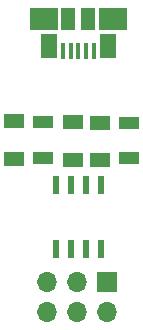
<source format=gbs>
G04 #@! TF.GenerationSoftware,KiCad,Pcbnew,5.0-dev-unknown-bc6763e~61~ubuntu16.04.1*
G04 #@! TF.CreationDate,2018-02-24T23:45:45-08:00*
G04 #@! TF.ProjectId,16-Tiny-Pixels-BeforePanel,31362D54696E792D506978656C732D42,rev?*
G04 #@! TF.SameCoordinates,Original*
G04 #@! TF.FileFunction,Soldermask,Bot*
G04 #@! TF.FilePolarity,Negative*
%FSLAX46Y46*%
G04 Gerber Fmt 4.6, Leading zero omitted, Abs format (unit mm)*
G04 Created by KiCad (PCBNEW 5.0-dev-unknown-bc6763e~61~ubuntu16.04.1) date Sat Feb 24 23:45:45 2018*
%MOMM*%
%LPD*%
G01*
G04 APERTURE LIST*
%ADD10R,1.800000X1.070000*%
%ADD11O,1.700000X1.700000*%
%ADD12R,1.700000X1.700000*%
%ADD13R,1.800000X1.245000*%
%ADD14R,0.600000X1.550000*%
%ADD15R,1.175000X1.900000*%
%ADD16R,2.375000X1.900000*%
%ADD17R,1.475000X2.100000*%
%ADD18R,0.450000X1.380000*%
G04 APERTURE END LIST*
D10*
X49376449Y-30319491D03*
X49376449Y-33329491D03*
X42090000Y-30285000D03*
X42090000Y-33295000D03*
D11*
X42440000Y-46360000D03*
X42440000Y-43820000D03*
X44980000Y-46360000D03*
X44980000Y-43820000D03*
X47520000Y-46360000D03*
D12*
X47520000Y-43820000D03*
D13*
X46926449Y-30321991D03*
X46926449Y-33506991D03*
X44586449Y-30294491D03*
X44586449Y-33479491D03*
X39630000Y-30217500D03*
X39630000Y-33402500D03*
D14*
X43165000Y-41010000D03*
X44435000Y-41010000D03*
X45705000Y-41010000D03*
X46975000Y-41010000D03*
X46975000Y-35610000D03*
X45705000Y-35610000D03*
X44435000Y-35610000D03*
X43165000Y-35610000D03*
D15*
X45920000Y-21560000D03*
X44240000Y-21560000D03*
D16*
X47990000Y-21560000D03*
X42170000Y-21560000D03*
D17*
X47542500Y-23860000D03*
X42617500Y-23860000D03*
D18*
X46380000Y-24220000D03*
X45730000Y-24220000D03*
X45080000Y-24220000D03*
X44430000Y-24220000D03*
X43780000Y-24220000D03*
M02*

</source>
